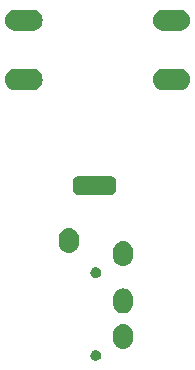
<source format=gts>
G04 #@! TF.GenerationSoftware,KiCad,Pcbnew,5.1.4-e60b266~84~ubuntu16.04.1*
G04 #@! TF.CreationDate,2019-09-19T10:39:33-04:00*
G04 #@! TF.ProjectId,tactile_switch_pcb_v2,74616374-696c-4655-9f73-77697463685f,1.0*
G04 #@! TF.SameCoordinates,Original*
G04 #@! TF.FileFunction,Soldermask,Top*
G04 #@! TF.FilePolarity,Negative*
%FSLAX46Y46*%
G04 Gerber Fmt 4.6, Leading zero omitted, Abs format (unit mm)*
G04 Created by KiCad (PCBNEW 5.1.4-e60b266~84~ubuntu16.04.1) date 2019-09-19 10:39:33*
%MOMM*%
%LPD*%
G04 APERTURE LIST*
%ADD10C,0.100000*%
G04 APERTURE END LIST*
D10*
G36*
X147570552Y-133323331D02*
G01*
X147652627Y-133357328D01*
X147652629Y-133357329D01*
X147689813Y-133382175D01*
X147726495Y-133406685D01*
X147789315Y-133469505D01*
X147838672Y-133543373D01*
X147872669Y-133625448D01*
X147890000Y-133712579D01*
X147890000Y-133801421D01*
X147872669Y-133888552D01*
X147838672Y-133970627D01*
X147838671Y-133970629D01*
X147789314Y-134044496D01*
X147726496Y-134107314D01*
X147652629Y-134156671D01*
X147652628Y-134156672D01*
X147652627Y-134156672D01*
X147570552Y-134190669D01*
X147483421Y-134208000D01*
X147394579Y-134208000D01*
X147307448Y-134190669D01*
X147225373Y-134156672D01*
X147225372Y-134156672D01*
X147225371Y-134156671D01*
X147151504Y-134107314D01*
X147088686Y-134044496D01*
X147039329Y-133970629D01*
X147039328Y-133970627D01*
X147005331Y-133888552D01*
X146988000Y-133801421D01*
X146988000Y-133712579D01*
X147005331Y-133625448D01*
X147039328Y-133543373D01*
X147088685Y-133469505D01*
X147151505Y-133406685D01*
X147188187Y-133382175D01*
X147225371Y-133357329D01*
X147225373Y-133357328D01*
X147307448Y-133323331D01*
X147394579Y-133306000D01*
X147483421Y-133306000D01*
X147570552Y-133323331D01*
X147570552Y-133323331D01*
G37*
G36*
X149905822Y-131118313D02*
G01*
X150066241Y-131166976D01*
X150214077Y-131245995D01*
X150343659Y-131352341D01*
X150450004Y-131481922D01*
X150450005Y-131481924D01*
X150529024Y-131629758D01*
X150577687Y-131790177D01*
X150590000Y-131915196D01*
X150590000Y-132398803D01*
X150577687Y-132523822D01*
X150529024Y-132684242D01*
X150458114Y-132816906D01*
X150450004Y-132832078D01*
X150343659Y-132961659D01*
X150214078Y-133068004D01*
X150214076Y-133068005D01*
X150066242Y-133147024D01*
X149905823Y-133195687D01*
X149739000Y-133212117D01*
X149572178Y-133195687D01*
X149411759Y-133147024D01*
X149263925Y-133068005D01*
X149263923Y-133068004D01*
X149134342Y-132961659D01*
X149027996Y-132832078D01*
X149019886Y-132816906D01*
X148948976Y-132684242D01*
X148900313Y-132523823D01*
X148888000Y-132398804D01*
X148888000Y-131915197D01*
X148900313Y-131790178D01*
X148948976Y-131629759D01*
X149027995Y-131481923D01*
X149134341Y-131352341D01*
X149263922Y-131245996D01*
X149279094Y-131237886D01*
X149411758Y-131166976D01*
X149572177Y-131118313D01*
X149739000Y-131101883D01*
X149905822Y-131118313D01*
X149905822Y-131118313D01*
G37*
G36*
X149905822Y-128118313D02*
G01*
X150066241Y-128166976D01*
X150214077Y-128245995D01*
X150343659Y-128352341D01*
X150450004Y-128481922D01*
X150450005Y-128481924D01*
X150529024Y-128629758D01*
X150577687Y-128790177D01*
X150590000Y-128915196D01*
X150590000Y-129398803D01*
X150577687Y-129523822D01*
X150529024Y-129684242D01*
X150458114Y-129816906D01*
X150450004Y-129832078D01*
X150343659Y-129961659D01*
X150214078Y-130068004D01*
X150214076Y-130068005D01*
X150066242Y-130147024D01*
X149905823Y-130195687D01*
X149739000Y-130212117D01*
X149572178Y-130195687D01*
X149411759Y-130147024D01*
X149263925Y-130068005D01*
X149263923Y-130068004D01*
X149134342Y-129961659D01*
X149027996Y-129832078D01*
X149019886Y-129816906D01*
X148948976Y-129684242D01*
X148900313Y-129523823D01*
X148888000Y-129398804D01*
X148888000Y-128915197D01*
X148900313Y-128790178D01*
X148948976Y-128629759D01*
X149027995Y-128481923D01*
X149134341Y-128352341D01*
X149263922Y-128245996D01*
X149279094Y-128237886D01*
X149411758Y-128166976D01*
X149572177Y-128118313D01*
X149739000Y-128101883D01*
X149905822Y-128118313D01*
X149905822Y-128118313D01*
G37*
G36*
X147570552Y-126323331D02*
G01*
X147652627Y-126357328D01*
X147652629Y-126357329D01*
X147689813Y-126382175D01*
X147726495Y-126406685D01*
X147789315Y-126469505D01*
X147838672Y-126543373D01*
X147872669Y-126625448D01*
X147890000Y-126712579D01*
X147890000Y-126801421D01*
X147872669Y-126888552D01*
X147838672Y-126970627D01*
X147838671Y-126970629D01*
X147789314Y-127044496D01*
X147726496Y-127107314D01*
X147652629Y-127156671D01*
X147652628Y-127156672D01*
X147652627Y-127156672D01*
X147570552Y-127190669D01*
X147483421Y-127208000D01*
X147394579Y-127208000D01*
X147307448Y-127190669D01*
X147225373Y-127156672D01*
X147225372Y-127156672D01*
X147225371Y-127156671D01*
X147151504Y-127107314D01*
X147088686Y-127044496D01*
X147039329Y-126970629D01*
X147039328Y-126970627D01*
X147005331Y-126888552D01*
X146988000Y-126801421D01*
X146988000Y-126712579D01*
X147005331Y-126625448D01*
X147039328Y-126543373D01*
X147088685Y-126469505D01*
X147151505Y-126406685D01*
X147188187Y-126382175D01*
X147225371Y-126357329D01*
X147225373Y-126357328D01*
X147307448Y-126323331D01*
X147394579Y-126306000D01*
X147483421Y-126306000D01*
X147570552Y-126323331D01*
X147570552Y-126323331D01*
G37*
G36*
X149905822Y-124118313D02*
G01*
X150066241Y-124166976D01*
X150214077Y-124245995D01*
X150278423Y-124298803D01*
X150343659Y-124352341D01*
X150450004Y-124481922D01*
X150450005Y-124481924D01*
X150529024Y-124629758D01*
X150577687Y-124790177D01*
X150590000Y-124915196D01*
X150590000Y-125398803D01*
X150577687Y-125523822D01*
X150529024Y-125684242D01*
X150458114Y-125816906D01*
X150450004Y-125832078D01*
X150343659Y-125961659D01*
X150214078Y-126068004D01*
X150214076Y-126068005D01*
X150066242Y-126147024D01*
X149905823Y-126195687D01*
X149739000Y-126212117D01*
X149572178Y-126195687D01*
X149411759Y-126147024D01*
X149263925Y-126068005D01*
X149263923Y-126068004D01*
X149134342Y-125961659D01*
X149027996Y-125832078D01*
X149019886Y-125816906D01*
X148948976Y-125684242D01*
X148900313Y-125523823D01*
X148888000Y-125398804D01*
X148888000Y-124915197D01*
X148900313Y-124790178D01*
X148948976Y-124629759D01*
X149027995Y-124481923D01*
X149134341Y-124352341D01*
X149199582Y-124298799D01*
X149263922Y-124245996D01*
X149279094Y-124237886D01*
X149411758Y-124166976D01*
X149572177Y-124118313D01*
X149739000Y-124101883D01*
X149905822Y-124118313D01*
X149905822Y-124118313D01*
G37*
G36*
X145305822Y-123018313D02*
G01*
X145466241Y-123066976D01*
X145614077Y-123145995D01*
X145743659Y-123252341D01*
X145850004Y-123381922D01*
X145850005Y-123381924D01*
X145929024Y-123529758D01*
X145977687Y-123690177D01*
X145990000Y-123815196D01*
X145990000Y-124298803D01*
X145977687Y-124423822D01*
X145929024Y-124584242D01*
X145904693Y-124629762D01*
X145850004Y-124732078D01*
X145743659Y-124861659D01*
X145614078Y-124968004D01*
X145614076Y-124968005D01*
X145466242Y-125047024D01*
X145305823Y-125095687D01*
X145139000Y-125112117D01*
X144972178Y-125095687D01*
X144811759Y-125047024D01*
X144663925Y-124968005D01*
X144663923Y-124968004D01*
X144534342Y-124861659D01*
X144427996Y-124732078D01*
X144373307Y-124629762D01*
X144348976Y-124584242D01*
X144300313Y-124423823D01*
X144288000Y-124298804D01*
X144288000Y-123815197D01*
X144300313Y-123690178D01*
X144348976Y-123529759D01*
X144427995Y-123381923D01*
X144534341Y-123252341D01*
X144663922Y-123145996D01*
X144679094Y-123137886D01*
X144811758Y-123066976D01*
X144972177Y-123018313D01*
X145139000Y-123001883D01*
X145305822Y-123018313D01*
X145305822Y-123018313D01*
G37*
G36*
X146579999Y-118579737D02*
G01*
X146594528Y-118584145D01*
X146607711Y-118589606D01*
X146631745Y-118594388D01*
X146656249Y-118594389D01*
X146680282Y-118589609D01*
X146702921Y-118580232D01*
X146704765Y-118579000D01*
X147936050Y-118579000D01*
X147948164Y-118585475D01*
X147971613Y-118592588D01*
X147995999Y-118594990D01*
X148020385Y-118592588D01*
X148043834Y-118585475D01*
X148048746Y-118583152D01*
X148060001Y-118579737D01*
X148076140Y-118578148D01*
X148613861Y-118578148D01*
X148632199Y-118579954D01*
X148644450Y-118580556D01*
X148662869Y-118580556D01*
X148685149Y-118582750D01*
X148769233Y-118599476D01*
X148790660Y-118605976D01*
X148869858Y-118638780D01*
X148875303Y-118641691D01*
X148875309Y-118641693D01*
X148884169Y-118646429D01*
X148884173Y-118646432D01*
X148889614Y-118649340D01*
X148960899Y-118696971D01*
X148978204Y-118711172D01*
X149038828Y-118771796D01*
X149053029Y-118789101D01*
X149100660Y-118860386D01*
X149103568Y-118865827D01*
X149103571Y-118865831D01*
X149108307Y-118874691D01*
X149108309Y-118874697D01*
X149111220Y-118880142D01*
X149144024Y-118959340D01*
X149150524Y-118980767D01*
X149167250Y-119064851D01*
X149169444Y-119087131D01*
X149169444Y-119105550D01*
X149170046Y-119117801D01*
X149171852Y-119136139D01*
X149171852Y-119623862D01*
X149170046Y-119642199D01*
X149169444Y-119654450D01*
X149169444Y-119672869D01*
X149167250Y-119695149D01*
X149150524Y-119779233D01*
X149144024Y-119800660D01*
X149111220Y-119879858D01*
X149108309Y-119885303D01*
X149108307Y-119885309D01*
X149103571Y-119894169D01*
X149103568Y-119894173D01*
X149100660Y-119899614D01*
X149053029Y-119970899D01*
X149038828Y-119988204D01*
X148978204Y-120048828D01*
X148960899Y-120063029D01*
X148889614Y-120110660D01*
X148884173Y-120113568D01*
X148884169Y-120113571D01*
X148875309Y-120118307D01*
X148875303Y-120118309D01*
X148869858Y-120121220D01*
X148790660Y-120154024D01*
X148769233Y-120160524D01*
X148685149Y-120177250D01*
X148662869Y-120179444D01*
X148644450Y-120179444D01*
X148632199Y-120180046D01*
X148613862Y-120181852D01*
X148076140Y-120181852D01*
X148060001Y-120180263D01*
X148045472Y-120175855D01*
X148032289Y-120170394D01*
X148008255Y-120165612D01*
X147983751Y-120165611D01*
X147959718Y-120170391D01*
X147937079Y-120179768D01*
X147935235Y-120181000D01*
X146703950Y-120181000D01*
X146691836Y-120174525D01*
X146668387Y-120167412D01*
X146644001Y-120165010D01*
X146619615Y-120167412D01*
X146596166Y-120174525D01*
X146591254Y-120176848D01*
X146579999Y-120180263D01*
X146563860Y-120181852D01*
X146026138Y-120181852D01*
X146007801Y-120180046D01*
X145995550Y-120179444D01*
X145977131Y-120179444D01*
X145954851Y-120177250D01*
X145870767Y-120160524D01*
X145849340Y-120154024D01*
X145770142Y-120121220D01*
X145764697Y-120118309D01*
X145764691Y-120118307D01*
X145755831Y-120113571D01*
X145755827Y-120113568D01*
X145750386Y-120110660D01*
X145679101Y-120063029D01*
X145661796Y-120048828D01*
X145601172Y-119988204D01*
X145586971Y-119970899D01*
X145539340Y-119899614D01*
X145536432Y-119894173D01*
X145536429Y-119894169D01*
X145531693Y-119885309D01*
X145531691Y-119885303D01*
X145528780Y-119879858D01*
X145495976Y-119800660D01*
X145489476Y-119779233D01*
X145472750Y-119695149D01*
X145470556Y-119672869D01*
X145470556Y-119654450D01*
X145469954Y-119642199D01*
X145468148Y-119623862D01*
X145468148Y-119136139D01*
X145469954Y-119117801D01*
X145470556Y-119105550D01*
X145470556Y-119087131D01*
X145472750Y-119064851D01*
X145489476Y-118980767D01*
X145495976Y-118959340D01*
X145528780Y-118880142D01*
X145531691Y-118874697D01*
X145531693Y-118874691D01*
X145536429Y-118865831D01*
X145536432Y-118865827D01*
X145539340Y-118860386D01*
X145586971Y-118789101D01*
X145601172Y-118771796D01*
X145661796Y-118711172D01*
X145679101Y-118696971D01*
X145750386Y-118649340D01*
X145755827Y-118646432D01*
X145755831Y-118646429D01*
X145764691Y-118641693D01*
X145764697Y-118641691D01*
X145770142Y-118638780D01*
X145849340Y-118605976D01*
X145870767Y-118599476D01*
X145954851Y-118582750D01*
X145977131Y-118580556D01*
X145995550Y-118580556D01*
X146007801Y-118579954D01*
X146026139Y-118578148D01*
X146563860Y-118578148D01*
X146579999Y-118579737D01*
X146579999Y-118579737D01*
G37*
G36*
X142190694Y-109508633D02*
G01*
X142363095Y-109560931D01*
X142521983Y-109645858D01*
X142661249Y-109760151D01*
X142775542Y-109899417D01*
X142860469Y-110058305D01*
X142912767Y-110230706D01*
X142930425Y-110410000D01*
X142912767Y-110589294D01*
X142860469Y-110761695D01*
X142775542Y-110920583D01*
X142661249Y-111059849D01*
X142521983Y-111174142D01*
X142363095Y-111259069D01*
X142190694Y-111311367D01*
X142056331Y-111324600D01*
X140645669Y-111324600D01*
X140511306Y-111311367D01*
X140338905Y-111259069D01*
X140180017Y-111174142D01*
X140040751Y-111059849D01*
X139926458Y-110920583D01*
X139841531Y-110761695D01*
X139789233Y-110589294D01*
X139771575Y-110410000D01*
X139789233Y-110230706D01*
X139841531Y-110058305D01*
X139926458Y-109899417D01*
X140040751Y-109760151D01*
X140180017Y-109645858D01*
X140338905Y-109560931D01*
X140511306Y-109508633D01*
X140645669Y-109495400D01*
X142056331Y-109495400D01*
X142190694Y-109508633D01*
X142190694Y-109508633D01*
G37*
G36*
X154690694Y-109508633D02*
G01*
X154863095Y-109560931D01*
X155021983Y-109645858D01*
X155161249Y-109760151D01*
X155275542Y-109899417D01*
X155360469Y-110058305D01*
X155412767Y-110230706D01*
X155430425Y-110410000D01*
X155412767Y-110589294D01*
X155360469Y-110761695D01*
X155275542Y-110920583D01*
X155161249Y-111059849D01*
X155021983Y-111174142D01*
X154863095Y-111259069D01*
X154690694Y-111311367D01*
X154556331Y-111324600D01*
X153145669Y-111324600D01*
X153011306Y-111311367D01*
X152838905Y-111259069D01*
X152680017Y-111174142D01*
X152540751Y-111059849D01*
X152426458Y-110920583D01*
X152341531Y-110761695D01*
X152289233Y-110589294D01*
X152271575Y-110410000D01*
X152289233Y-110230706D01*
X152341531Y-110058305D01*
X152426458Y-109899417D01*
X152540751Y-109760151D01*
X152680017Y-109645858D01*
X152838905Y-109560931D01*
X153011306Y-109508633D01*
X153145669Y-109495400D01*
X154556331Y-109495400D01*
X154690694Y-109508633D01*
X154690694Y-109508633D01*
G37*
G36*
X154690694Y-104508633D02*
G01*
X154863095Y-104560931D01*
X155021983Y-104645858D01*
X155161249Y-104760151D01*
X155275542Y-104899417D01*
X155360469Y-105058305D01*
X155412767Y-105230706D01*
X155430425Y-105410000D01*
X155412767Y-105589294D01*
X155360469Y-105761695D01*
X155275542Y-105920583D01*
X155161249Y-106059849D01*
X155021983Y-106174142D01*
X154863095Y-106259069D01*
X154690694Y-106311367D01*
X154556331Y-106324600D01*
X153145669Y-106324600D01*
X153011306Y-106311367D01*
X152838905Y-106259069D01*
X152680017Y-106174142D01*
X152540751Y-106059849D01*
X152426458Y-105920583D01*
X152341531Y-105761695D01*
X152289233Y-105589294D01*
X152271575Y-105410000D01*
X152289233Y-105230706D01*
X152341531Y-105058305D01*
X152426458Y-104899417D01*
X152540751Y-104760151D01*
X152680017Y-104645858D01*
X152838905Y-104560931D01*
X153011306Y-104508633D01*
X153145669Y-104495400D01*
X154556331Y-104495400D01*
X154690694Y-104508633D01*
X154690694Y-104508633D01*
G37*
G36*
X142190694Y-104508633D02*
G01*
X142363095Y-104560931D01*
X142521983Y-104645858D01*
X142661249Y-104760151D01*
X142775542Y-104899417D01*
X142860469Y-105058305D01*
X142912767Y-105230706D01*
X142930425Y-105410000D01*
X142912767Y-105589294D01*
X142860469Y-105761695D01*
X142775542Y-105920583D01*
X142661249Y-106059849D01*
X142521983Y-106174142D01*
X142363095Y-106259069D01*
X142190694Y-106311367D01*
X142056331Y-106324600D01*
X140645669Y-106324600D01*
X140511306Y-106311367D01*
X140338905Y-106259069D01*
X140180017Y-106174142D01*
X140040751Y-106059849D01*
X139926458Y-105920583D01*
X139841531Y-105761695D01*
X139789233Y-105589294D01*
X139771575Y-105410000D01*
X139789233Y-105230706D01*
X139841531Y-105058305D01*
X139926458Y-104899417D01*
X140040751Y-104760151D01*
X140180017Y-104645858D01*
X140338905Y-104560931D01*
X140511306Y-104508633D01*
X140645669Y-104495400D01*
X142056331Y-104495400D01*
X142190694Y-104508633D01*
X142190694Y-104508633D01*
G37*
M02*

</source>
